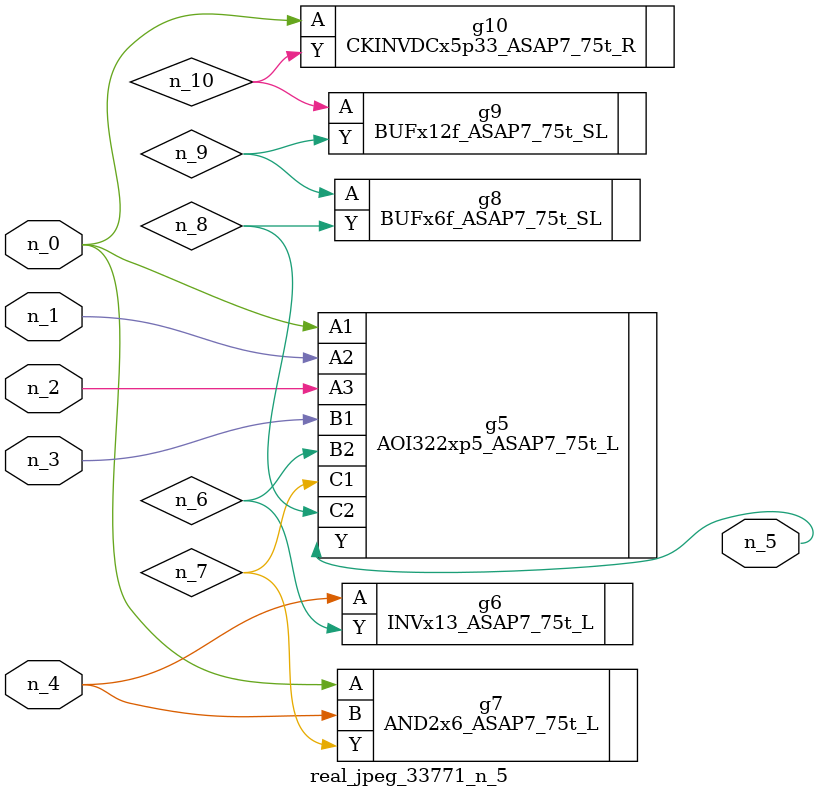
<source format=v>
module real_jpeg_33771_n_5 (n_4, n_0, n_1, n_2, n_3, n_5);

input n_4;
input n_0;
input n_1;
input n_2;
input n_3;

output n_5;

wire n_8;
wire n_6;
wire n_7;
wire n_10;
wire n_9;

AOI322xp5_ASAP7_75t_L g5 ( 
.A1(n_0),
.A2(n_1),
.A3(n_2),
.B1(n_3),
.B2(n_6),
.C1(n_7),
.C2(n_8),
.Y(n_5)
);

AND2x6_ASAP7_75t_L g7 ( 
.A(n_0),
.B(n_4),
.Y(n_7)
);

CKINVDCx5p33_ASAP7_75t_R g10 ( 
.A(n_0),
.Y(n_10)
);

INVx13_ASAP7_75t_L g6 ( 
.A(n_4),
.Y(n_6)
);

BUFx6f_ASAP7_75t_SL g8 ( 
.A(n_9),
.Y(n_8)
);

BUFx12f_ASAP7_75t_SL g9 ( 
.A(n_10),
.Y(n_9)
);


endmodule
</source>
